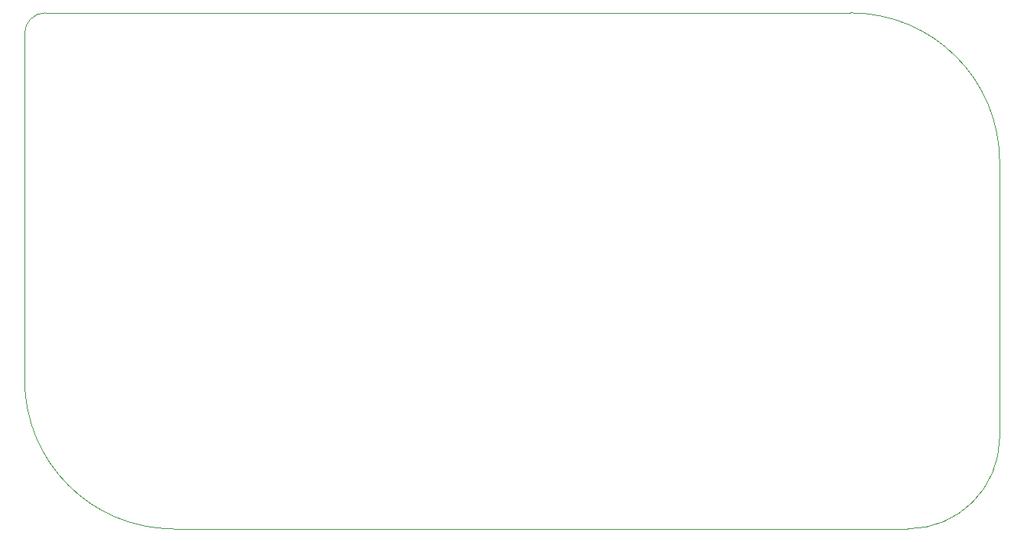
<source format=gko>
G04 #@! TF.GenerationSoftware,KiCad,Pcbnew,(5.1.0)-1*
G04 #@! TF.CreationDate,2019-05-08T22:47:31-04:00*
G04 #@! TF.ProjectId,NixieClock,4e697869-6543-46c6-9f63-6b2e6b696361,rev?*
G04 #@! TF.SameCoordinates,Original*
G04 #@! TF.FileFunction,Profile,NP*
%FSLAX46Y46*%
G04 Gerber Fmt 4.6, Leading zero omitted, Abs format (unit mm)*
G04 Created by KiCad (PCBNEW (5.1.0)-1) date 2019-05-08 22:47:31*
%MOMM*%
%LPD*%
G04 APERTURE LIST*
%ADD10C,0.050000*%
G04 APERTURE END LIST*
D10*
X68580000Y-50546000D02*
G75*
G02X70866000Y-48260000I2286000J0D01*
G01*
X160020000Y-48260000D02*
G75*
G02X176530000Y-64770000I0J-16510000D01*
G01*
X160020000Y-48260000D02*
X70866000Y-48260000D01*
X85090000Y-105410000D02*
G75*
G02X68580000Y-88900000I0J16510000D01*
G01*
X176530000Y-95250000D02*
G75*
G02X166370000Y-105410000I-10160000J0D01*
G01*
X68580000Y-88900000D02*
X68580000Y-50546000D01*
X166370000Y-105410000D02*
X85090000Y-105410000D01*
X176530000Y-64770000D02*
X176530000Y-95250000D01*
M02*

</source>
